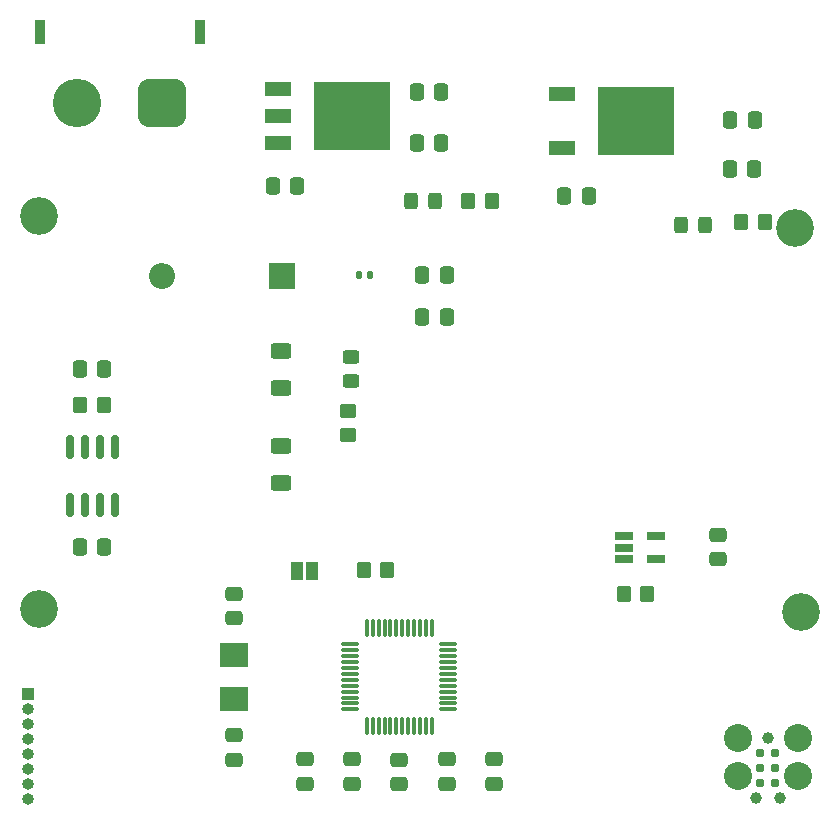
<source format=gbr>
%TF.GenerationSoftware,KiCad,Pcbnew,(6.0.7)*%
%TF.CreationDate,2023-02-12T17:10:21-05:00*%
%TF.ProjectId,PDB,5044422e-6b69-4636-9164-5f7063625858,rev?*%
%TF.SameCoordinates,Original*%
%TF.FileFunction,Soldermask,Top*%
%TF.FilePolarity,Negative*%
%FSLAX46Y46*%
G04 Gerber Fmt 4.6, Leading zero omitted, Abs format (unit mm)*
G04 Created by KiCad (PCBNEW (6.0.7)) date 2023-02-12 17:10:21*
%MOMM*%
%LPD*%
G01*
G04 APERTURE LIST*
G04 Aperture macros list*
%AMRoundRect*
0 Rectangle with rounded corners*
0 $1 Rounding radius*
0 $2 $3 $4 $5 $6 $7 $8 $9 X,Y pos of 4 corners*
0 Add a 4 corners polygon primitive as box body*
4,1,4,$2,$3,$4,$5,$6,$7,$8,$9,$2,$3,0*
0 Add four circle primitives for the rounded corners*
1,1,$1+$1,$2,$3*
1,1,$1+$1,$4,$5*
1,1,$1+$1,$6,$7*
1,1,$1+$1,$8,$9*
0 Add four rect primitives between the rounded corners*
20,1,$1+$1,$2,$3,$4,$5,0*
20,1,$1+$1,$4,$5,$6,$7,0*
20,1,$1+$1,$6,$7,$8,$9,0*
20,1,$1+$1,$8,$9,$2,$3,0*%
G04 Aperture macros list end*
%ADD10RoundRect,0.250000X-0.337500X-0.475000X0.337500X-0.475000X0.337500X0.475000X-0.337500X0.475000X0*%
%ADD11R,2.200000X1.200000*%
%ADD12R,6.400000X5.800000*%
%ADD13R,1.560000X0.650000*%
%ADD14RoundRect,0.250000X0.475000X-0.337500X0.475000X0.337500X-0.475000X0.337500X-0.475000X-0.337500X0*%
%ADD15R,1.000000X1.000000*%
%ADD16O,1.000000X1.000000*%
%ADD17RoundRect,0.147500X-0.147500X-0.172500X0.147500X-0.172500X0.147500X0.172500X-0.147500X0.172500X0*%
%ADD18RoundRect,0.250000X-0.625000X0.400000X-0.625000X-0.400000X0.625000X-0.400000X0.625000X0.400000X0*%
%ADD19R,2.200000X2.200000*%
%ADD20O,2.200000X2.200000*%
%ADD21RoundRect,0.250000X0.450000X-0.325000X0.450000X0.325000X-0.450000X0.325000X-0.450000X-0.325000X0*%
%ADD22C,3.200000*%
%ADD23RoundRect,0.250000X-0.350000X-0.450000X0.350000X-0.450000X0.350000X0.450000X-0.350000X0.450000X0*%
%ADD24RoundRect,0.250000X-0.475000X0.337500X-0.475000X-0.337500X0.475000X-0.337500X0.475000X0.337500X0*%
%ADD25RoundRect,0.150000X0.150000X-0.825000X0.150000X0.825000X-0.150000X0.825000X-0.150000X-0.825000X0*%
%ADD26RoundRect,0.250000X0.337500X0.475000X-0.337500X0.475000X-0.337500X-0.475000X0.337500X-0.475000X0*%
%ADD27RoundRect,0.250000X-0.450000X0.350000X-0.450000X-0.350000X0.450000X-0.350000X0.450000X0.350000X0*%
%ADD28RoundRect,0.250000X0.325000X0.450000X-0.325000X0.450000X-0.325000X-0.450000X0.325000X-0.450000X0*%
%ADD29RoundRect,0.250000X0.350000X0.450000X-0.350000X0.450000X-0.350000X-0.450000X0.350000X-0.450000X0*%
%ADD30R,2.400000X2.000000*%
%ADD31C,2.374900*%
%ADD32C,0.990600*%
%ADD33C,0.787400*%
%ADD34R,1.000000X1.500000*%
%ADD35RoundRect,0.075000X-0.662500X-0.075000X0.662500X-0.075000X0.662500X0.075000X-0.662500X0.075000X0*%
%ADD36RoundRect,0.075000X-0.075000X-0.662500X0.075000X-0.662500X0.075000X0.662500X-0.075000X0.662500X0*%
%ADD37R,0.900000X2.000000*%
%ADD38RoundRect,1.025000X-1.025000X-1.025000X1.025000X-1.025000X1.025000X1.025000X-1.025000X1.025000X0*%
%ADD39C,4.100000*%
G04 APERTURE END LIST*
D10*
%TO.C,C105*%
X136962500Y-90000000D03*
X139037500Y-90000000D03*
%TD*%
D11*
%TO.C,U101*%
X122733800Y-83645000D03*
D12*
X129033800Y-85925000D03*
D11*
X122733800Y-88205000D03*
%TD*%
D13*
%TO.C,U104*%
X128000000Y-121100000D03*
X128000000Y-122050000D03*
X128000000Y-123000000D03*
X130700000Y-123000000D03*
X130700000Y-121100000D03*
%TD*%
D14*
%TO.C,C116*%
X113000000Y-142037500D03*
X113000000Y-139962500D03*
%TD*%
D15*
%TO.C,J102*%
X77585000Y-134488000D03*
D16*
X77585000Y-135758000D03*
X77585000Y-137028000D03*
X77585000Y-138298000D03*
X77585000Y-139568000D03*
X77585000Y-140838000D03*
X77585000Y-142108000D03*
X77585000Y-143378000D03*
%TD*%
D17*
%TO.C,L101*%
X105585000Y-99000000D03*
X106555000Y-99000000D03*
%TD*%
D18*
%TO.C,R107*%
X99000000Y-113450000D03*
X99000000Y-116550000D03*
%TD*%
D19*
%TO.C,D101*%
X99060000Y-99060000D03*
D20*
X88900000Y-99060000D03*
%TD*%
D21*
%TO.C,D102*%
X104902000Y-107959000D03*
X104902000Y-105909000D03*
%TD*%
D22*
%TO.C,*%
X142494000Y-94996000D03*
%TD*%
D14*
%TO.C,C112*%
X105000000Y-142037500D03*
X105000000Y-139962500D03*
%TD*%
D23*
%TO.C,R108*%
X106000000Y-123950000D03*
X108000000Y-123950000D03*
%TD*%
D10*
%TO.C,C117*%
X110962500Y-102530000D03*
X113037500Y-102530000D03*
%TD*%
D14*
%TO.C,C114*%
X109000000Y-142075000D03*
X109000000Y-140000000D03*
%TD*%
%TO.C,C111*%
X95000000Y-128037500D03*
X95000000Y-125962500D03*
%TD*%
D24*
%TO.C,C109*%
X136000000Y-120962500D03*
X136000000Y-123037500D03*
%TD*%
D10*
%TO.C,C108*%
X110461200Y-87830000D03*
X112536200Y-87830000D03*
%TD*%
D25*
%TO.C,U102*%
X81095000Y-118475000D03*
X82365000Y-118475000D03*
X83635000Y-118475000D03*
X84905000Y-118475000D03*
X84905000Y-113525000D03*
X83635000Y-113525000D03*
X82365000Y-113525000D03*
X81095000Y-113525000D03*
%TD*%
D26*
%TO.C,C102*%
X84037500Y-122000000D03*
X81962500Y-122000000D03*
%TD*%
D14*
%TO.C,C110*%
X101000000Y-142037500D03*
X101000000Y-139962500D03*
%TD*%
D10*
%TO.C,C104*%
X98283800Y-91440000D03*
X100358800Y-91440000D03*
%TD*%
D18*
%TO.C,R106*%
X99000000Y-105450000D03*
X99000000Y-108550000D03*
%TD*%
D10*
%TO.C,C107*%
X137000000Y-85835000D03*
X139075000Y-85835000D03*
%TD*%
D27*
%TO.C,R103*%
X104648000Y-110506000D03*
X104648000Y-112506000D03*
%TD*%
D28*
%TO.C,D103*%
X134883000Y-94742000D03*
X132833000Y-94742000D03*
%TD*%
D29*
%TO.C,R102*%
X130000000Y-126000000D03*
X128000000Y-126000000D03*
%TD*%
D10*
%TO.C,C106*%
X110461200Y-83485000D03*
X112536200Y-83485000D03*
%TD*%
D14*
%TO.C,C113*%
X95000000Y-140037500D03*
X95000000Y-137962500D03*
%TD*%
D22*
%TO.C,M3*%
X78486000Y-93980000D03*
%TD*%
D23*
%TO.C,R105*%
X114824000Y-92710000D03*
X116824000Y-92710000D03*
%TD*%
D30*
%TO.C,Y101*%
X95000000Y-131150000D03*
X95000000Y-134850000D03*
%TD*%
D31*
%TO.C,J104*%
X137668000Y-141351000D03*
X142748000Y-138176000D03*
D32*
X139192000Y-143256000D03*
D31*
X137668000Y-138176000D03*
D32*
X140208000Y-138176000D03*
D31*
X142748000Y-141351000D03*
D32*
X141224000Y-143256000D03*
D33*
X139573000Y-139446000D03*
X140843000Y-139446000D03*
X139573000Y-140716000D03*
X140843000Y-140716000D03*
X139573000Y-141986000D03*
X140843000Y-141986000D03*
%TD*%
D26*
%TO.C,C101*%
X84037500Y-106940000D03*
X81962500Y-106940000D03*
%TD*%
D34*
%TO.C,JP101*%
X100350000Y-124000000D03*
X101650000Y-124000000D03*
%TD*%
D28*
%TO.C,D104*%
X112023000Y-92710000D03*
X109973000Y-92710000D03*
%TD*%
D22*
%TO.C,*%
X143002000Y-127508000D03*
%TD*%
D10*
%TO.C,C103*%
X122962500Y-92320000D03*
X125037500Y-92320000D03*
%TD*%
D35*
%TO.C,U105*%
X104837500Y-130250000D03*
X104837500Y-130750000D03*
X104837500Y-131250000D03*
X104837500Y-131750000D03*
X104837500Y-132250000D03*
X104837500Y-132750000D03*
X104837500Y-133250000D03*
X104837500Y-133750000D03*
X104837500Y-134250000D03*
X104837500Y-134750000D03*
X104837500Y-135250000D03*
X104837500Y-135750000D03*
D36*
X106250000Y-137162500D03*
X106750000Y-137162500D03*
X107250000Y-137162500D03*
X107750000Y-137162500D03*
X108250000Y-137162500D03*
X108750000Y-137162500D03*
X109250000Y-137162500D03*
X109750000Y-137162500D03*
X110250000Y-137162500D03*
X110750000Y-137162500D03*
X111250000Y-137162500D03*
X111750000Y-137162500D03*
D35*
X113162500Y-135750000D03*
X113162500Y-135250000D03*
X113162500Y-134750000D03*
X113162500Y-134250000D03*
X113162500Y-133750000D03*
X113162500Y-133250000D03*
X113162500Y-132750000D03*
X113162500Y-132250000D03*
X113162500Y-131750000D03*
X113162500Y-131250000D03*
X113162500Y-130750000D03*
X113162500Y-130250000D03*
D36*
X111750000Y-128837500D03*
X111250000Y-128837500D03*
X110750000Y-128837500D03*
X110250000Y-128837500D03*
X109750000Y-128837500D03*
X109250000Y-128837500D03*
X108750000Y-128837500D03*
X108250000Y-128837500D03*
X107750000Y-128837500D03*
X107250000Y-128837500D03*
X106750000Y-128837500D03*
X106250000Y-128837500D03*
%TD*%
D23*
%TO.C,R104*%
X137938000Y-94488000D03*
X139938000Y-94488000D03*
%TD*%
D14*
%TO.C,C118*%
X117000000Y-142037500D03*
X117000000Y-139962500D03*
%TD*%
D22*
%TO.C,*%
X78486000Y-127254000D03*
%TD*%
D10*
%TO.C,C115*%
X110962500Y-99000000D03*
X113037500Y-99000000D03*
%TD*%
D11*
%TO.C,U103*%
X98726200Y-83255000D03*
D12*
X105026200Y-85535000D03*
D11*
X98726200Y-85535000D03*
X98726200Y-87815000D03*
%TD*%
D23*
%TO.C,R101*%
X82000000Y-110000000D03*
X84000000Y-110000000D03*
%TD*%
D37*
%TO.C,J101*%
X78594000Y-78374000D03*
X92094000Y-78374000D03*
D38*
X88944000Y-84374000D03*
D39*
X81744000Y-84374000D03*
%TD*%
M02*

</source>
